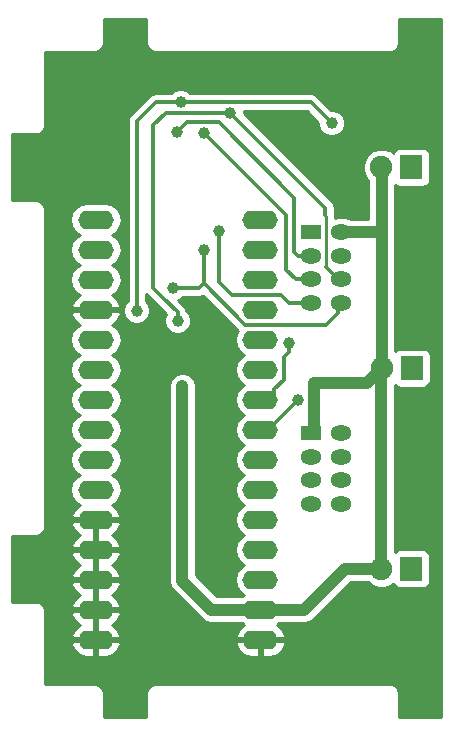
<source format=gtl>
G04 #@! TF.FileFunction,Copper,L1,Top,Signal*
%FSLAX46Y46*%
G04 Gerber Fmt 4.6, Leading zero omitted, Abs format (unit mm)*
G04 Created by KiCad (PCBNEW (2016-01-25 BZR 6514, Git a23e712)-product) date Tue 24 May 2016 06:15:30 PM CST*
%MOMM*%
G01*
G04 APERTURE LIST*
%ADD10C,0.100000*%
%ADD11O,3.000000X1.600000*%
%ADD12R,1.900000X2.000000*%
%ADD13C,1.900000*%
%ADD14R,1.800000X1.300000*%
%ADD15O,1.800000X1.300000*%
%ADD16C,1.000000*%
%ADD17C,1.000000*%
%ADD18C,0.300000*%
%ADD19C,0.250000*%
%ADD20C,0.254000*%
G04 APERTURE END LIST*
D10*
D11*
X7780000Y42810000D03*
X7780000Y40270000D03*
X7780000Y37730000D03*
X7780000Y35190000D03*
X7780000Y32650000D03*
X7780000Y30110000D03*
X7780000Y27570000D03*
X7780000Y25030000D03*
X7780000Y22490000D03*
X7780000Y19950000D03*
X7780000Y17410000D03*
X7780000Y14870000D03*
X7780000Y12330000D03*
X7780000Y9790000D03*
X7780000Y7250000D03*
X21720000Y7250000D03*
X21720000Y9790000D03*
X21720000Y12330000D03*
X21720000Y14870000D03*
X21720000Y17410000D03*
X21720000Y19950000D03*
X21720000Y22490000D03*
X21720000Y25030000D03*
X21720000Y27570000D03*
X21720000Y30110000D03*
X21720000Y32650000D03*
X21720000Y35190000D03*
X21720000Y37730000D03*
X21720000Y40270000D03*
X21720000Y42810000D03*
D12*
X34500000Y47250000D03*
D13*
X31960000Y47250000D03*
D12*
X34540000Y30250000D03*
D13*
X32000000Y30250000D03*
D12*
X34500000Y13250000D03*
D13*
X31960000Y13250000D03*
D14*
X26000000Y41750000D03*
D15*
X28500000Y41750000D03*
X26000000Y39750000D03*
X28500000Y39750000D03*
X26000000Y37750000D03*
X28500000Y37750000D03*
X26000000Y35750000D03*
X28500000Y35750000D03*
D14*
X26000000Y24750000D03*
D15*
X28500000Y24750000D03*
X26000000Y22750000D03*
X28500000Y22750000D03*
X26000000Y20750000D03*
X28500000Y20750000D03*
X26000000Y18750000D03*
X28500000Y18750000D03*
D16*
X15100000Y28700000D03*
X26272967Y29013556D03*
X28250000Y53250000D03*
X14666540Y50264044D03*
X16948543Y50154068D03*
X18183740Y41819171D03*
X11250457Y35109840D03*
X14963704Y52760441D03*
X27750000Y51000000D03*
X14700000Y34250000D03*
X19171337Y51878623D03*
X14347712Y37036478D03*
X16912612Y40278409D03*
X24908585Y27567631D03*
X24169695Y32350010D03*
D17*
X22370000Y9790000D02*
X25432533Y9790000D01*
X25432533Y9790000D02*
X28892533Y13250000D01*
X28892533Y13250000D02*
X31960000Y13250000D01*
X15100000Y12646792D02*
X15100000Y28700000D01*
X22370000Y9790000D02*
X17535505Y9790000D01*
X15100000Y12646792D02*
X15100000Y12225505D01*
X15100000Y12225505D02*
X17535505Y9790000D01*
X26272967Y29013556D02*
X30763556Y29013556D01*
X30763556Y29013556D02*
X32000000Y30250000D01*
X26272967Y29013556D02*
X26272967Y28329250D01*
X26272967Y28329250D02*
X26272967Y24772967D01*
X32000000Y30250000D02*
X32000000Y41441701D01*
X32000000Y41441701D02*
X32000000Y47210000D01*
X28250000Y41750000D02*
X31691701Y41750000D01*
X31691701Y41750000D02*
X32000000Y41441701D01*
X31960000Y13250000D02*
X31960000Y18695283D01*
X31960000Y18695283D02*
X31960000Y30210000D01*
X26272967Y24772967D02*
X26250000Y24750000D01*
X32000000Y47210000D02*
X31960000Y47250000D01*
X31960000Y30210000D02*
X32000000Y30250000D01*
D18*
X26250000Y39750000D02*
X24895899Y39750000D01*
X24895899Y39750000D02*
X24586029Y40059870D01*
X24586029Y40059870D02*
X24586029Y44663971D01*
X24586029Y44663971D02*
X18188630Y51061370D01*
X18188630Y51061370D02*
X15463866Y51061370D01*
X15463866Y51061370D02*
X15166539Y50764043D01*
X15166539Y50764043D02*
X14666540Y50264044D01*
X17448542Y49654069D02*
X16948543Y50154068D01*
X23919605Y43183006D02*
X17448542Y49654069D01*
X23919605Y38542897D02*
X23919605Y43183006D01*
X24712502Y37750000D02*
X23919605Y38542897D01*
X26250000Y37750000D02*
X24712502Y37750000D01*
X26250000Y35750000D02*
X24133215Y35750000D01*
X24133215Y35750000D02*
X23421644Y36461571D01*
X23421644Y36461571D02*
X19288429Y36461571D01*
X18183740Y41112065D02*
X18183740Y41819171D01*
X19288429Y36461571D02*
X18183740Y37566260D01*
X18183740Y37566260D02*
X18183740Y41112065D01*
X11250457Y35816946D02*
X11250457Y35109840D01*
X11250457Y51150457D02*
X11250457Y35816946D01*
X14963704Y52760441D02*
X12860441Y52760441D01*
X12860441Y52760441D02*
X11250457Y51150457D01*
X15670810Y52760441D02*
X14963704Y52760441D01*
X25989559Y52760441D02*
X15670810Y52760441D01*
X27750000Y51000000D02*
X25989559Y52760441D01*
X14700000Y34250000D02*
X14700000Y34957106D01*
X13476835Y36180271D02*
X13476835Y36186347D01*
X14700000Y34957106D02*
X13476835Y36180271D01*
X19171337Y51878623D02*
X13728623Y51878623D01*
X13728623Y51878623D02*
X12650000Y50800000D01*
X12650000Y50800000D02*
X12650000Y37013182D01*
X12650000Y37013182D02*
X13476835Y36186347D01*
X28250000Y37750000D02*
X28250000Y37806516D01*
X28250000Y37806516D02*
X27253259Y38803257D01*
D19*
X27253259Y38803257D02*
X27253259Y43163496D01*
X27253259Y43163496D02*
X27225001Y43191754D01*
D18*
X27225001Y43824959D02*
X19671336Y51378624D01*
X19671336Y51378624D02*
X19171337Y51878623D01*
X27225001Y43191754D02*
X27225001Y43824959D01*
X16531657Y37036478D02*
X15054818Y37036478D01*
X15054818Y37036478D02*
X14347712Y37036478D01*
X16912612Y37417433D02*
X16531657Y37036478D01*
X28250000Y35750000D02*
X28250000Y34910990D01*
X28250000Y34910990D02*
X27260301Y33921291D01*
X27260301Y33921291D02*
X20408754Y33921291D01*
X20408754Y33921291D02*
X16912612Y37417433D01*
X16912612Y37417433D02*
X16912612Y39571303D01*
X16912612Y39571303D02*
X16912612Y40278409D01*
X24408586Y27067632D02*
X24908585Y27567631D01*
X22370000Y25030000D02*
X22370954Y25030000D01*
X22370954Y25030000D02*
X24408586Y27067632D01*
X23674999Y29262242D02*
X23674999Y31148208D01*
X22881753Y28468996D02*
X23674999Y29262242D01*
X22881753Y28468996D02*
X22881753Y28081753D01*
X22881753Y28081753D02*
X22370000Y27570000D01*
X23674999Y31148208D02*
X24169695Y31642904D01*
X24169695Y31642904D02*
X24169695Y32350010D01*
D20*
G36*
X12040000Y57750000D02*
X12094046Y57478295D01*
X12247954Y57247954D01*
X12478295Y57094046D01*
X12750000Y57040000D01*
X32750000Y57040000D01*
X33021705Y57094046D01*
X33252046Y57247954D01*
X33405954Y57478295D01*
X33460000Y57750000D01*
X33460000Y59790000D01*
X37040000Y59790000D01*
X37040000Y710000D01*
X33460000Y710000D01*
X33460000Y2750000D01*
X33405954Y3021705D01*
X33252046Y3252046D01*
X33021705Y3405954D01*
X32750000Y3460000D01*
X12750000Y3460000D01*
X12478295Y3405954D01*
X12247954Y3252046D01*
X12094046Y3021705D01*
X12040000Y2750000D01*
X12040000Y710000D01*
X8460000Y710000D01*
X8460000Y2750000D01*
X8405954Y3021705D01*
X8252046Y3252046D01*
X8021705Y3405954D01*
X7750000Y3460000D01*
X3460000Y3460000D01*
X3460000Y6900961D01*
X5688096Y6900961D01*
X5705633Y6818181D01*
X5975500Y6325104D01*
X6413517Y5972834D01*
X6953000Y5815000D01*
X7653000Y5815000D01*
X7653000Y7123000D01*
X7907000Y7123000D01*
X7907000Y5815000D01*
X8607000Y5815000D01*
X9146483Y5972834D01*
X9584500Y6325104D01*
X9854367Y6818181D01*
X9871904Y6900961D01*
X19628096Y6900961D01*
X19645633Y6818181D01*
X19915500Y6325104D01*
X20353517Y5972834D01*
X20893000Y5815000D01*
X21593000Y5815000D01*
X21593000Y7123000D01*
X21847000Y7123000D01*
X21847000Y5815000D01*
X22547000Y5815000D01*
X23086483Y5972834D01*
X23524500Y6325104D01*
X23794367Y6818181D01*
X23811904Y6900961D01*
X23689915Y7123000D01*
X21847000Y7123000D01*
X21593000Y7123000D01*
X19750085Y7123000D01*
X19628096Y6900961D01*
X9871904Y6900961D01*
X9749915Y7123000D01*
X7907000Y7123000D01*
X7653000Y7123000D01*
X5810085Y7123000D01*
X5688096Y6900961D01*
X3460000Y6900961D01*
X3460000Y9440961D01*
X5688096Y9440961D01*
X5705633Y9358181D01*
X5975500Y8865104D01*
X6404607Y8520000D01*
X5975500Y8174896D01*
X5705633Y7681819D01*
X5688096Y7599039D01*
X5810085Y7377000D01*
X7653000Y7377000D01*
X7653000Y9663000D01*
X7907000Y9663000D01*
X7907000Y7377000D01*
X9749915Y7377000D01*
X9871904Y7599039D01*
X9854367Y7681819D01*
X9584500Y8174896D01*
X9155393Y8520000D01*
X9584500Y8865104D01*
X9854367Y9358181D01*
X9871904Y9440961D01*
X9749915Y9663000D01*
X7907000Y9663000D01*
X7653000Y9663000D01*
X5810085Y9663000D01*
X5688096Y9440961D01*
X3460000Y9440961D01*
X3460000Y9750000D01*
X3405954Y10021705D01*
X3252046Y10252046D01*
X3021705Y10405954D01*
X2750000Y10460000D01*
X710000Y10460000D01*
X710000Y11980961D01*
X5688096Y11980961D01*
X5705633Y11898181D01*
X5975500Y11405104D01*
X6404607Y11060000D01*
X5975500Y10714896D01*
X5705633Y10221819D01*
X5688096Y10139039D01*
X5810085Y9917000D01*
X7653000Y9917000D01*
X7653000Y12203000D01*
X7907000Y12203000D01*
X7907000Y9917000D01*
X9749915Y9917000D01*
X9871904Y10139039D01*
X9854367Y10221819D01*
X9584500Y10714896D01*
X9155393Y11060000D01*
X9584500Y11405104D01*
X9854367Y11898181D01*
X9871904Y11980961D01*
X9749915Y12203000D01*
X7907000Y12203000D01*
X7653000Y12203000D01*
X5810085Y12203000D01*
X5688096Y11980961D01*
X710000Y11980961D01*
X710000Y14520961D01*
X5688096Y14520961D01*
X5705633Y14438181D01*
X5975500Y13945104D01*
X6404607Y13600000D01*
X5975500Y13254896D01*
X5705633Y12761819D01*
X5688096Y12679039D01*
X5810085Y12457000D01*
X7653000Y12457000D01*
X7653000Y14743000D01*
X7907000Y14743000D01*
X7907000Y12457000D01*
X9749915Y12457000D01*
X9871904Y12679039D01*
X9854367Y12761819D01*
X9584500Y13254896D01*
X9155393Y13600000D01*
X9584500Y13945104D01*
X9854367Y14438181D01*
X9871904Y14520961D01*
X9749915Y14743000D01*
X7907000Y14743000D01*
X7653000Y14743000D01*
X5810085Y14743000D01*
X5688096Y14520961D01*
X710000Y14520961D01*
X710000Y16040000D01*
X2750000Y16040000D01*
X3021705Y16094046D01*
X3252046Y16247954D01*
X3405954Y16478295D01*
X3460000Y16750000D01*
X3460000Y17060961D01*
X5688096Y17060961D01*
X5705633Y16978181D01*
X5975500Y16485104D01*
X6404607Y16140000D01*
X5975500Y15794896D01*
X5705633Y15301819D01*
X5688096Y15219039D01*
X5810085Y14997000D01*
X7653000Y14997000D01*
X7653000Y17283000D01*
X7907000Y17283000D01*
X7907000Y14997000D01*
X9749915Y14997000D01*
X9871904Y15219039D01*
X9854367Y15301819D01*
X9584500Y15794896D01*
X9155393Y16140000D01*
X9584500Y16485104D01*
X9854367Y16978181D01*
X9871904Y17060961D01*
X9749915Y17283000D01*
X7907000Y17283000D01*
X7653000Y17283000D01*
X5810085Y17283000D01*
X5688096Y17060961D01*
X3460000Y17060961D01*
X3460000Y32650000D01*
X5603173Y32650000D01*
X5712406Y32100849D01*
X6023475Y31635302D01*
X6405561Y31380000D01*
X6023475Y31124698D01*
X5712406Y30659151D01*
X5603173Y30110000D01*
X5712406Y29560849D01*
X6023475Y29095302D01*
X6405561Y28840000D01*
X6023475Y28584698D01*
X5712406Y28119151D01*
X5603173Y27570000D01*
X5712406Y27020849D01*
X6023475Y26555302D01*
X6405561Y26300000D01*
X6023475Y26044698D01*
X5712406Y25579151D01*
X5603173Y25030000D01*
X5712406Y24480849D01*
X6023475Y24015302D01*
X6405561Y23760000D01*
X6023475Y23504698D01*
X5712406Y23039151D01*
X5603173Y22490000D01*
X5712406Y21940849D01*
X6023475Y21475302D01*
X6405561Y21220000D01*
X6023475Y20964698D01*
X5712406Y20499151D01*
X5603173Y19950000D01*
X5712406Y19400849D01*
X6023475Y18935302D01*
X6405040Y18680348D01*
X5975500Y18334896D01*
X5705633Y17841819D01*
X5688096Y17759039D01*
X5810085Y17537000D01*
X7653000Y17537000D01*
X7653000Y17557000D01*
X7907000Y17557000D01*
X7907000Y17537000D01*
X9749915Y17537000D01*
X9871904Y17759039D01*
X9854367Y17841819D01*
X9584500Y18334896D01*
X9154960Y18680348D01*
X9536525Y18935302D01*
X9847594Y19400849D01*
X9956827Y19950000D01*
X9847594Y20499151D01*
X9536525Y20964698D01*
X9154439Y21220000D01*
X9536525Y21475302D01*
X9847594Y21940849D01*
X9956827Y22490000D01*
X9847594Y23039151D01*
X9536525Y23504698D01*
X9154439Y23760000D01*
X9536525Y24015302D01*
X9847594Y24480849D01*
X9956827Y25030000D01*
X9847594Y25579151D01*
X9536525Y26044698D01*
X9154439Y26300000D01*
X9536525Y26555302D01*
X9847594Y27020849D01*
X9956827Y27570000D01*
X9847594Y28119151D01*
X9536525Y28584698D01*
X9154439Y28840000D01*
X9536525Y29095302D01*
X9847594Y29560849D01*
X9956827Y30110000D01*
X9847594Y30659151D01*
X9536525Y31124698D01*
X9154439Y31380000D01*
X9536525Y31635302D01*
X9847594Y32100849D01*
X9956827Y32650000D01*
X9847594Y33199151D01*
X9536525Y33664698D01*
X9154960Y33919652D01*
X9584500Y34265104D01*
X9854367Y34758181D01*
X9871904Y34840961D01*
X9847674Y34885065D01*
X10115260Y34885065D01*
X10287690Y34467754D01*
X10606692Y34148195D01*
X11023701Y33975037D01*
X11475232Y33974643D01*
X11892543Y34147073D01*
X12212102Y34466075D01*
X12385260Y34883084D01*
X12385654Y35334615D01*
X12213224Y35751926D01*
X12035457Y35930003D01*
X12035457Y36547097D01*
X12094921Y36458103D01*
X12909521Y35643503D01*
X12921756Y35625192D01*
X13713365Y34833583D01*
X13565197Y34476756D01*
X13564803Y34025225D01*
X13737233Y33607914D01*
X14056235Y33288355D01*
X14473244Y33115197D01*
X14924775Y33114803D01*
X15342086Y33287233D01*
X15661645Y33606235D01*
X15834803Y34023244D01*
X15835197Y34474775D01*
X15662767Y34892086D01*
X15456916Y35098297D01*
X15425245Y35257512D01*
X15422335Y35261867D01*
X15255079Y35512185D01*
X15255076Y35512187D01*
X14780169Y35987094D01*
X14989798Y36073711D01*
X15167875Y36251478D01*
X16531657Y36251478D01*
X16832064Y36311233D01*
X16877976Y36341911D01*
X19799938Y33419949D01*
X19652406Y33199151D01*
X19543173Y32650000D01*
X19652406Y32100849D01*
X19963475Y31635302D01*
X20345561Y31380000D01*
X19963475Y31124698D01*
X19652406Y30659151D01*
X19543173Y30110000D01*
X19652406Y29560849D01*
X19963475Y29095302D01*
X20345561Y28840000D01*
X19963475Y28584698D01*
X19652406Y28119151D01*
X19543173Y27570000D01*
X19652406Y27020849D01*
X19963475Y26555302D01*
X20345561Y26300000D01*
X19963475Y26044698D01*
X19652406Y25579151D01*
X19543173Y25030000D01*
X19652406Y24480849D01*
X19963475Y24015302D01*
X20345561Y23760000D01*
X19963475Y23504698D01*
X19652406Y23039151D01*
X19543173Y22490000D01*
X19652406Y21940849D01*
X19963475Y21475302D01*
X20345561Y21220000D01*
X19963475Y20964698D01*
X19652406Y20499151D01*
X19543173Y19950000D01*
X19652406Y19400849D01*
X19963475Y18935302D01*
X20345561Y18680000D01*
X19963475Y18424698D01*
X19652406Y17959151D01*
X19543173Y17410000D01*
X19652406Y16860849D01*
X19963475Y16395302D01*
X20345561Y16140000D01*
X19963475Y15884698D01*
X19652406Y15419151D01*
X19543173Y14870000D01*
X19652406Y14320849D01*
X19963475Y13855302D01*
X20345561Y13600000D01*
X19963475Y13344698D01*
X19652406Y12879151D01*
X19543173Y12330000D01*
X19652406Y11780849D01*
X19963475Y11315302D01*
X20345561Y11060000D01*
X20143519Y10925000D01*
X18005637Y10925000D01*
X16235000Y12695637D01*
X16235000Y28699009D01*
X16235197Y28924775D01*
X16062767Y29342086D01*
X15743765Y29661645D01*
X15326756Y29834803D01*
X14875225Y29835197D01*
X14457914Y29662767D01*
X14138355Y29343765D01*
X13965197Y28926756D01*
X13964803Y28475225D01*
X13965000Y28474748D01*
X13965000Y12225505D01*
X14051397Y11791159D01*
X14177415Y11602560D01*
X14297434Y11422939D01*
X16732939Y8987434D01*
X17101159Y8741397D01*
X17535505Y8655000D01*
X20143519Y8655000D01*
X20345040Y8520348D01*
X19915500Y8174896D01*
X19645633Y7681819D01*
X19628096Y7599039D01*
X19750085Y7377000D01*
X21593000Y7377000D01*
X21593000Y7397000D01*
X21847000Y7397000D01*
X21847000Y7377000D01*
X23689915Y7377000D01*
X23811904Y7599039D01*
X23794367Y7681819D01*
X23524500Y8174896D01*
X23094960Y8520348D01*
X23296481Y8655000D01*
X25432533Y8655000D01*
X25866879Y8741397D01*
X26235099Y8987434D01*
X29362665Y12115000D01*
X30853446Y12115000D01*
X31060997Y11907086D01*
X31643341Y11665276D01*
X32273893Y11664725D01*
X32856657Y11905519D01*
X32954337Y12003029D01*
X33085910Y11798559D01*
X33298110Y11653569D01*
X33550000Y11602560D01*
X35450000Y11602560D01*
X35685317Y11646838D01*
X35901441Y11785910D01*
X36046431Y11998110D01*
X36097440Y12250000D01*
X36097440Y14250000D01*
X36053162Y14485317D01*
X35914090Y14701441D01*
X35701890Y14846431D01*
X35450000Y14897440D01*
X33550000Y14897440D01*
X33314683Y14853162D01*
X33098559Y14714090D01*
X33095000Y14708881D01*
X33095000Y28846594D01*
X33125910Y28798559D01*
X33338110Y28653569D01*
X33590000Y28602560D01*
X35490000Y28602560D01*
X35725317Y28646838D01*
X35941441Y28785910D01*
X36086431Y28998110D01*
X36137440Y29250000D01*
X36137440Y31250000D01*
X36093162Y31485317D01*
X35954090Y31701441D01*
X35741890Y31846431D01*
X35490000Y31897440D01*
X33590000Y31897440D01*
X33354683Y31853162D01*
X33138559Y31714090D01*
X33135000Y31708881D01*
X33135000Y45765017D01*
X33298110Y45653569D01*
X33550000Y45602560D01*
X35450000Y45602560D01*
X35685317Y45646838D01*
X35901441Y45785910D01*
X36046431Y45998110D01*
X36097440Y46250000D01*
X36097440Y48250000D01*
X36053162Y48485317D01*
X35914090Y48701441D01*
X35701890Y48846431D01*
X35450000Y48897440D01*
X33550000Y48897440D01*
X33314683Y48853162D01*
X33098559Y48714090D01*
X32953569Y48501890D01*
X32952945Y48498808D01*
X32859003Y48592914D01*
X32276659Y48834724D01*
X31646107Y48835275D01*
X31063343Y48594481D01*
X30617086Y48149003D01*
X30375276Y47566659D01*
X30374725Y46936107D01*
X30615519Y46353343D01*
X30865000Y46103426D01*
X30865000Y42885000D01*
X29349920Y42885000D01*
X29271820Y42937185D01*
X28780072Y43035000D01*
X28219928Y43035000D01*
X28013259Y42993891D01*
X28013259Y43163496D01*
X28008820Y43185814D01*
X28010001Y43191754D01*
X28010001Y43824959D01*
X27950246Y44125365D01*
X27780080Y44380038D01*
X27780077Y44380040D01*
X20306316Y51853802D01*
X20306422Y51975441D01*
X25664401Y51975441D01*
X26615021Y51024822D01*
X26614803Y50775225D01*
X26787233Y50357914D01*
X27106235Y50038355D01*
X27523244Y49865197D01*
X27974775Y49864803D01*
X28392086Y50037233D01*
X28711645Y50356235D01*
X28884803Y50773244D01*
X28885197Y51224775D01*
X28712767Y51642086D01*
X28393765Y51961645D01*
X27976756Y52134803D01*
X27725135Y52135023D01*
X26544638Y53315520D01*
X26289966Y53485686D01*
X25989559Y53545441D01*
X15783806Y53545441D01*
X15607469Y53722086D01*
X15190460Y53895244D01*
X14738929Y53895638D01*
X14321618Y53723208D01*
X14143541Y53545441D01*
X12860441Y53545441D01*
X12560034Y53485686D01*
X12305362Y53315520D01*
X10695378Y51705536D01*
X10525212Y51450864D01*
X10480645Y51226811D01*
X10465457Y51150457D01*
X10465457Y35929942D01*
X10288812Y35753605D01*
X10115654Y35336596D01*
X10115260Y34885065D01*
X9847674Y34885065D01*
X9749915Y35063000D01*
X7907000Y35063000D01*
X7907000Y35043000D01*
X7653000Y35043000D01*
X7653000Y35063000D01*
X5810085Y35063000D01*
X5688096Y34840961D01*
X5705633Y34758181D01*
X5975500Y34265104D01*
X6405040Y33919652D01*
X6023475Y33664698D01*
X5712406Y33199151D01*
X5603173Y32650000D01*
X3460000Y32650000D01*
X3460000Y42810000D01*
X5603173Y42810000D01*
X5712406Y42260849D01*
X6023475Y41795302D01*
X6405561Y41540000D01*
X6023475Y41284698D01*
X5712406Y40819151D01*
X5603173Y40270000D01*
X5712406Y39720849D01*
X6023475Y39255302D01*
X6405561Y39000000D01*
X6023475Y38744698D01*
X5712406Y38279151D01*
X5603173Y37730000D01*
X5712406Y37180849D01*
X6023475Y36715302D01*
X6405040Y36460348D01*
X5975500Y36114896D01*
X5705633Y35621819D01*
X5688096Y35539039D01*
X5810085Y35317000D01*
X7653000Y35317000D01*
X7653000Y35337000D01*
X7907000Y35337000D01*
X7907000Y35317000D01*
X9749915Y35317000D01*
X9871904Y35539039D01*
X9854367Y35621819D01*
X9584500Y36114896D01*
X9154960Y36460348D01*
X9536525Y36715302D01*
X9847594Y37180849D01*
X9956827Y37730000D01*
X9847594Y38279151D01*
X9536525Y38744698D01*
X9154439Y39000000D01*
X9536525Y39255302D01*
X9847594Y39720849D01*
X9956827Y40270000D01*
X9847594Y40819151D01*
X9536525Y41284698D01*
X9154439Y41540000D01*
X9536525Y41795302D01*
X9847594Y42260849D01*
X9956827Y42810000D01*
X9847594Y43359151D01*
X9536525Y43824698D01*
X9070978Y44135767D01*
X8521827Y44245000D01*
X7038173Y44245000D01*
X6489022Y44135767D01*
X6023475Y43824698D01*
X5712406Y43359151D01*
X5603173Y42810000D01*
X3460000Y42810000D01*
X3460000Y43750000D01*
X3405954Y44021705D01*
X3252046Y44252046D01*
X3021705Y44405954D01*
X2750000Y44460000D01*
X710000Y44460000D01*
X710000Y50040000D01*
X2750000Y50040000D01*
X3021705Y50094046D01*
X3252046Y50247954D01*
X3405954Y50478295D01*
X3460000Y50750000D01*
X3460000Y57040000D01*
X7750000Y57040000D01*
X8021705Y57094046D01*
X8252046Y57247954D01*
X8405954Y57478295D01*
X8460000Y57750000D01*
X8460000Y59790000D01*
X12040000Y59790000D01*
X12040000Y57750000D01*
X12040000Y57750000D01*
G37*
X12040000Y57750000D02*
X12094046Y57478295D01*
X12247954Y57247954D01*
X12478295Y57094046D01*
X12750000Y57040000D01*
X32750000Y57040000D01*
X33021705Y57094046D01*
X33252046Y57247954D01*
X33405954Y57478295D01*
X33460000Y57750000D01*
X33460000Y59790000D01*
X37040000Y59790000D01*
X37040000Y710000D01*
X33460000Y710000D01*
X33460000Y2750000D01*
X33405954Y3021705D01*
X33252046Y3252046D01*
X33021705Y3405954D01*
X32750000Y3460000D01*
X12750000Y3460000D01*
X12478295Y3405954D01*
X12247954Y3252046D01*
X12094046Y3021705D01*
X12040000Y2750000D01*
X12040000Y710000D01*
X8460000Y710000D01*
X8460000Y2750000D01*
X8405954Y3021705D01*
X8252046Y3252046D01*
X8021705Y3405954D01*
X7750000Y3460000D01*
X3460000Y3460000D01*
X3460000Y6900961D01*
X5688096Y6900961D01*
X5705633Y6818181D01*
X5975500Y6325104D01*
X6413517Y5972834D01*
X6953000Y5815000D01*
X7653000Y5815000D01*
X7653000Y7123000D01*
X7907000Y7123000D01*
X7907000Y5815000D01*
X8607000Y5815000D01*
X9146483Y5972834D01*
X9584500Y6325104D01*
X9854367Y6818181D01*
X9871904Y6900961D01*
X19628096Y6900961D01*
X19645633Y6818181D01*
X19915500Y6325104D01*
X20353517Y5972834D01*
X20893000Y5815000D01*
X21593000Y5815000D01*
X21593000Y7123000D01*
X21847000Y7123000D01*
X21847000Y5815000D01*
X22547000Y5815000D01*
X23086483Y5972834D01*
X23524500Y6325104D01*
X23794367Y6818181D01*
X23811904Y6900961D01*
X23689915Y7123000D01*
X21847000Y7123000D01*
X21593000Y7123000D01*
X19750085Y7123000D01*
X19628096Y6900961D01*
X9871904Y6900961D01*
X9749915Y7123000D01*
X7907000Y7123000D01*
X7653000Y7123000D01*
X5810085Y7123000D01*
X5688096Y6900961D01*
X3460000Y6900961D01*
X3460000Y9440961D01*
X5688096Y9440961D01*
X5705633Y9358181D01*
X5975500Y8865104D01*
X6404607Y8520000D01*
X5975500Y8174896D01*
X5705633Y7681819D01*
X5688096Y7599039D01*
X5810085Y7377000D01*
X7653000Y7377000D01*
X7653000Y9663000D01*
X7907000Y9663000D01*
X7907000Y7377000D01*
X9749915Y7377000D01*
X9871904Y7599039D01*
X9854367Y7681819D01*
X9584500Y8174896D01*
X9155393Y8520000D01*
X9584500Y8865104D01*
X9854367Y9358181D01*
X9871904Y9440961D01*
X9749915Y9663000D01*
X7907000Y9663000D01*
X7653000Y9663000D01*
X5810085Y9663000D01*
X5688096Y9440961D01*
X3460000Y9440961D01*
X3460000Y9750000D01*
X3405954Y10021705D01*
X3252046Y10252046D01*
X3021705Y10405954D01*
X2750000Y10460000D01*
X710000Y10460000D01*
X710000Y11980961D01*
X5688096Y11980961D01*
X5705633Y11898181D01*
X5975500Y11405104D01*
X6404607Y11060000D01*
X5975500Y10714896D01*
X5705633Y10221819D01*
X5688096Y10139039D01*
X5810085Y9917000D01*
X7653000Y9917000D01*
X7653000Y12203000D01*
X7907000Y12203000D01*
X7907000Y9917000D01*
X9749915Y9917000D01*
X9871904Y10139039D01*
X9854367Y10221819D01*
X9584500Y10714896D01*
X9155393Y11060000D01*
X9584500Y11405104D01*
X9854367Y11898181D01*
X9871904Y11980961D01*
X9749915Y12203000D01*
X7907000Y12203000D01*
X7653000Y12203000D01*
X5810085Y12203000D01*
X5688096Y11980961D01*
X710000Y11980961D01*
X710000Y14520961D01*
X5688096Y14520961D01*
X5705633Y14438181D01*
X5975500Y13945104D01*
X6404607Y13600000D01*
X5975500Y13254896D01*
X5705633Y12761819D01*
X5688096Y12679039D01*
X5810085Y12457000D01*
X7653000Y12457000D01*
X7653000Y14743000D01*
X7907000Y14743000D01*
X7907000Y12457000D01*
X9749915Y12457000D01*
X9871904Y12679039D01*
X9854367Y12761819D01*
X9584500Y13254896D01*
X9155393Y13600000D01*
X9584500Y13945104D01*
X9854367Y14438181D01*
X9871904Y14520961D01*
X9749915Y14743000D01*
X7907000Y14743000D01*
X7653000Y14743000D01*
X5810085Y14743000D01*
X5688096Y14520961D01*
X710000Y14520961D01*
X710000Y16040000D01*
X2750000Y16040000D01*
X3021705Y16094046D01*
X3252046Y16247954D01*
X3405954Y16478295D01*
X3460000Y16750000D01*
X3460000Y17060961D01*
X5688096Y17060961D01*
X5705633Y16978181D01*
X5975500Y16485104D01*
X6404607Y16140000D01*
X5975500Y15794896D01*
X5705633Y15301819D01*
X5688096Y15219039D01*
X5810085Y14997000D01*
X7653000Y14997000D01*
X7653000Y17283000D01*
X7907000Y17283000D01*
X7907000Y14997000D01*
X9749915Y14997000D01*
X9871904Y15219039D01*
X9854367Y15301819D01*
X9584500Y15794896D01*
X9155393Y16140000D01*
X9584500Y16485104D01*
X9854367Y16978181D01*
X9871904Y17060961D01*
X9749915Y17283000D01*
X7907000Y17283000D01*
X7653000Y17283000D01*
X5810085Y17283000D01*
X5688096Y17060961D01*
X3460000Y17060961D01*
X3460000Y32650000D01*
X5603173Y32650000D01*
X5712406Y32100849D01*
X6023475Y31635302D01*
X6405561Y31380000D01*
X6023475Y31124698D01*
X5712406Y30659151D01*
X5603173Y30110000D01*
X5712406Y29560849D01*
X6023475Y29095302D01*
X6405561Y28840000D01*
X6023475Y28584698D01*
X5712406Y28119151D01*
X5603173Y27570000D01*
X5712406Y27020849D01*
X6023475Y26555302D01*
X6405561Y26300000D01*
X6023475Y26044698D01*
X5712406Y25579151D01*
X5603173Y25030000D01*
X5712406Y24480849D01*
X6023475Y24015302D01*
X6405561Y23760000D01*
X6023475Y23504698D01*
X5712406Y23039151D01*
X5603173Y22490000D01*
X5712406Y21940849D01*
X6023475Y21475302D01*
X6405561Y21220000D01*
X6023475Y20964698D01*
X5712406Y20499151D01*
X5603173Y19950000D01*
X5712406Y19400849D01*
X6023475Y18935302D01*
X6405040Y18680348D01*
X5975500Y18334896D01*
X5705633Y17841819D01*
X5688096Y17759039D01*
X5810085Y17537000D01*
X7653000Y17537000D01*
X7653000Y17557000D01*
X7907000Y17557000D01*
X7907000Y17537000D01*
X9749915Y17537000D01*
X9871904Y17759039D01*
X9854367Y17841819D01*
X9584500Y18334896D01*
X9154960Y18680348D01*
X9536525Y18935302D01*
X9847594Y19400849D01*
X9956827Y19950000D01*
X9847594Y20499151D01*
X9536525Y20964698D01*
X9154439Y21220000D01*
X9536525Y21475302D01*
X9847594Y21940849D01*
X9956827Y22490000D01*
X9847594Y23039151D01*
X9536525Y23504698D01*
X9154439Y23760000D01*
X9536525Y24015302D01*
X9847594Y24480849D01*
X9956827Y25030000D01*
X9847594Y25579151D01*
X9536525Y26044698D01*
X9154439Y26300000D01*
X9536525Y26555302D01*
X9847594Y27020849D01*
X9956827Y27570000D01*
X9847594Y28119151D01*
X9536525Y28584698D01*
X9154439Y28840000D01*
X9536525Y29095302D01*
X9847594Y29560849D01*
X9956827Y30110000D01*
X9847594Y30659151D01*
X9536525Y31124698D01*
X9154439Y31380000D01*
X9536525Y31635302D01*
X9847594Y32100849D01*
X9956827Y32650000D01*
X9847594Y33199151D01*
X9536525Y33664698D01*
X9154960Y33919652D01*
X9584500Y34265104D01*
X9854367Y34758181D01*
X9871904Y34840961D01*
X9847674Y34885065D01*
X10115260Y34885065D01*
X10287690Y34467754D01*
X10606692Y34148195D01*
X11023701Y33975037D01*
X11475232Y33974643D01*
X11892543Y34147073D01*
X12212102Y34466075D01*
X12385260Y34883084D01*
X12385654Y35334615D01*
X12213224Y35751926D01*
X12035457Y35930003D01*
X12035457Y36547097D01*
X12094921Y36458103D01*
X12909521Y35643503D01*
X12921756Y35625192D01*
X13713365Y34833583D01*
X13565197Y34476756D01*
X13564803Y34025225D01*
X13737233Y33607914D01*
X14056235Y33288355D01*
X14473244Y33115197D01*
X14924775Y33114803D01*
X15342086Y33287233D01*
X15661645Y33606235D01*
X15834803Y34023244D01*
X15835197Y34474775D01*
X15662767Y34892086D01*
X15456916Y35098297D01*
X15425245Y35257512D01*
X15422335Y35261867D01*
X15255079Y35512185D01*
X15255076Y35512187D01*
X14780169Y35987094D01*
X14989798Y36073711D01*
X15167875Y36251478D01*
X16531657Y36251478D01*
X16832064Y36311233D01*
X16877976Y36341911D01*
X19799938Y33419949D01*
X19652406Y33199151D01*
X19543173Y32650000D01*
X19652406Y32100849D01*
X19963475Y31635302D01*
X20345561Y31380000D01*
X19963475Y31124698D01*
X19652406Y30659151D01*
X19543173Y30110000D01*
X19652406Y29560849D01*
X19963475Y29095302D01*
X20345561Y28840000D01*
X19963475Y28584698D01*
X19652406Y28119151D01*
X19543173Y27570000D01*
X19652406Y27020849D01*
X19963475Y26555302D01*
X20345561Y26300000D01*
X19963475Y26044698D01*
X19652406Y25579151D01*
X19543173Y25030000D01*
X19652406Y24480849D01*
X19963475Y24015302D01*
X20345561Y23760000D01*
X19963475Y23504698D01*
X19652406Y23039151D01*
X19543173Y22490000D01*
X19652406Y21940849D01*
X19963475Y21475302D01*
X20345561Y21220000D01*
X19963475Y20964698D01*
X19652406Y20499151D01*
X19543173Y19950000D01*
X19652406Y19400849D01*
X19963475Y18935302D01*
X20345561Y18680000D01*
X19963475Y18424698D01*
X19652406Y17959151D01*
X19543173Y17410000D01*
X19652406Y16860849D01*
X19963475Y16395302D01*
X20345561Y16140000D01*
X19963475Y15884698D01*
X19652406Y15419151D01*
X19543173Y14870000D01*
X19652406Y14320849D01*
X19963475Y13855302D01*
X20345561Y13600000D01*
X19963475Y13344698D01*
X19652406Y12879151D01*
X19543173Y12330000D01*
X19652406Y11780849D01*
X19963475Y11315302D01*
X20345561Y11060000D01*
X20143519Y10925000D01*
X18005637Y10925000D01*
X16235000Y12695637D01*
X16235000Y28699009D01*
X16235197Y28924775D01*
X16062767Y29342086D01*
X15743765Y29661645D01*
X15326756Y29834803D01*
X14875225Y29835197D01*
X14457914Y29662767D01*
X14138355Y29343765D01*
X13965197Y28926756D01*
X13964803Y28475225D01*
X13965000Y28474748D01*
X13965000Y12225505D01*
X14051397Y11791159D01*
X14177415Y11602560D01*
X14297434Y11422939D01*
X16732939Y8987434D01*
X17101159Y8741397D01*
X17535505Y8655000D01*
X20143519Y8655000D01*
X20345040Y8520348D01*
X19915500Y8174896D01*
X19645633Y7681819D01*
X19628096Y7599039D01*
X19750085Y7377000D01*
X21593000Y7377000D01*
X21593000Y7397000D01*
X21847000Y7397000D01*
X21847000Y7377000D01*
X23689915Y7377000D01*
X23811904Y7599039D01*
X23794367Y7681819D01*
X23524500Y8174896D01*
X23094960Y8520348D01*
X23296481Y8655000D01*
X25432533Y8655000D01*
X25866879Y8741397D01*
X26235099Y8987434D01*
X29362665Y12115000D01*
X30853446Y12115000D01*
X31060997Y11907086D01*
X31643341Y11665276D01*
X32273893Y11664725D01*
X32856657Y11905519D01*
X32954337Y12003029D01*
X33085910Y11798559D01*
X33298110Y11653569D01*
X33550000Y11602560D01*
X35450000Y11602560D01*
X35685317Y11646838D01*
X35901441Y11785910D01*
X36046431Y11998110D01*
X36097440Y12250000D01*
X36097440Y14250000D01*
X36053162Y14485317D01*
X35914090Y14701441D01*
X35701890Y14846431D01*
X35450000Y14897440D01*
X33550000Y14897440D01*
X33314683Y14853162D01*
X33098559Y14714090D01*
X33095000Y14708881D01*
X33095000Y28846594D01*
X33125910Y28798559D01*
X33338110Y28653569D01*
X33590000Y28602560D01*
X35490000Y28602560D01*
X35725317Y28646838D01*
X35941441Y28785910D01*
X36086431Y28998110D01*
X36137440Y29250000D01*
X36137440Y31250000D01*
X36093162Y31485317D01*
X35954090Y31701441D01*
X35741890Y31846431D01*
X35490000Y31897440D01*
X33590000Y31897440D01*
X33354683Y31853162D01*
X33138559Y31714090D01*
X33135000Y31708881D01*
X33135000Y45765017D01*
X33298110Y45653569D01*
X33550000Y45602560D01*
X35450000Y45602560D01*
X35685317Y45646838D01*
X35901441Y45785910D01*
X36046431Y45998110D01*
X36097440Y46250000D01*
X36097440Y48250000D01*
X36053162Y48485317D01*
X35914090Y48701441D01*
X35701890Y48846431D01*
X35450000Y48897440D01*
X33550000Y48897440D01*
X33314683Y48853162D01*
X33098559Y48714090D01*
X32953569Y48501890D01*
X32952945Y48498808D01*
X32859003Y48592914D01*
X32276659Y48834724D01*
X31646107Y48835275D01*
X31063343Y48594481D01*
X30617086Y48149003D01*
X30375276Y47566659D01*
X30374725Y46936107D01*
X30615519Y46353343D01*
X30865000Y46103426D01*
X30865000Y42885000D01*
X29349920Y42885000D01*
X29271820Y42937185D01*
X28780072Y43035000D01*
X28219928Y43035000D01*
X28013259Y42993891D01*
X28013259Y43163496D01*
X28008820Y43185814D01*
X28010001Y43191754D01*
X28010001Y43824959D01*
X27950246Y44125365D01*
X27780080Y44380038D01*
X27780077Y44380040D01*
X20306316Y51853802D01*
X20306422Y51975441D01*
X25664401Y51975441D01*
X26615021Y51024822D01*
X26614803Y50775225D01*
X26787233Y50357914D01*
X27106235Y50038355D01*
X27523244Y49865197D01*
X27974775Y49864803D01*
X28392086Y50037233D01*
X28711645Y50356235D01*
X28884803Y50773244D01*
X28885197Y51224775D01*
X28712767Y51642086D01*
X28393765Y51961645D01*
X27976756Y52134803D01*
X27725135Y52135023D01*
X26544638Y53315520D01*
X26289966Y53485686D01*
X25989559Y53545441D01*
X15783806Y53545441D01*
X15607469Y53722086D01*
X15190460Y53895244D01*
X14738929Y53895638D01*
X14321618Y53723208D01*
X14143541Y53545441D01*
X12860441Y53545441D01*
X12560034Y53485686D01*
X12305362Y53315520D01*
X10695378Y51705536D01*
X10525212Y51450864D01*
X10480645Y51226811D01*
X10465457Y51150457D01*
X10465457Y35929942D01*
X10288812Y35753605D01*
X10115654Y35336596D01*
X10115260Y34885065D01*
X9847674Y34885065D01*
X9749915Y35063000D01*
X7907000Y35063000D01*
X7907000Y35043000D01*
X7653000Y35043000D01*
X7653000Y35063000D01*
X5810085Y35063000D01*
X5688096Y34840961D01*
X5705633Y34758181D01*
X5975500Y34265104D01*
X6405040Y33919652D01*
X6023475Y33664698D01*
X5712406Y33199151D01*
X5603173Y32650000D01*
X3460000Y32650000D01*
X3460000Y42810000D01*
X5603173Y42810000D01*
X5712406Y42260849D01*
X6023475Y41795302D01*
X6405561Y41540000D01*
X6023475Y41284698D01*
X5712406Y40819151D01*
X5603173Y40270000D01*
X5712406Y39720849D01*
X6023475Y39255302D01*
X6405561Y39000000D01*
X6023475Y38744698D01*
X5712406Y38279151D01*
X5603173Y37730000D01*
X5712406Y37180849D01*
X6023475Y36715302D01*
X6405040Y36460348D01*
X5975500Y36114896D01*
X5705633Y35621819D01*
X5688096Y35539039D01*
X5810085Y35317000D01*
X7653000Y35317000D01*
X7653000Y35337000D01*
X7907000Y35337000D01*
X7907000Y35317000D01*
X9749915Y35317000D01*
X9871904Y35539039D01*
X9854367Y35621819D01*
X9584500Y36114896D01*
X9154960Y36460348D01*
X9536525Y36715302D01*
X9847594Y37180849D01*
X9956827Y37730000D01*
X9847594Y38279151D01*
X9536525Y38744698D01*
X9154439Y39000000D01*
X9536525Y39255302D01*
X9847594Y39720849D01*
X9956827Y40270000D01*
X9847594Y40819151D01*
X9536525Y41284698D01*
X9154439Y41540000D01*
X9536525Y41795302D01*
X9847594Y42260849D01*
X9956827Y42810000D01*
X9847594Y43359151D01*
X9536525Y43824698D01*
X9070978Y44135767D01*
X8521827Y44245000D01*
X7038173Y44245000D01*
X6489022Y44135767D01*
X6023475Y43824698D01*
X5712406Y43359151D01*
X5603173Y42810000D01*
X3460000Y42810000D01*
X3460000Y43750000D01*
X3405954Y44021705D01*
X3252046Y44252046D01*
X3021705Y44405954D01*
X2750000Y44460000D01*
X710000Y44460000D01*
X710000Y50040000D01*
X2750000Y50040000D01*
X3021705Y50094046D01*
X3252046Y50247954D01*
X3405954Y50478295D01*
X3460000Y50750000D01*
X3460000Y57040000D01*
X7750000Y57040000D01*
X8021705Y57094046D01*
X8252046Y57247954D01*
X8405954Y57478295D01*
X8460000Y57750000D01*
X8460000Y59790000D01*
X12040000Y59790000D01*
X12040000Y57750000D01*
M02*

</source>
